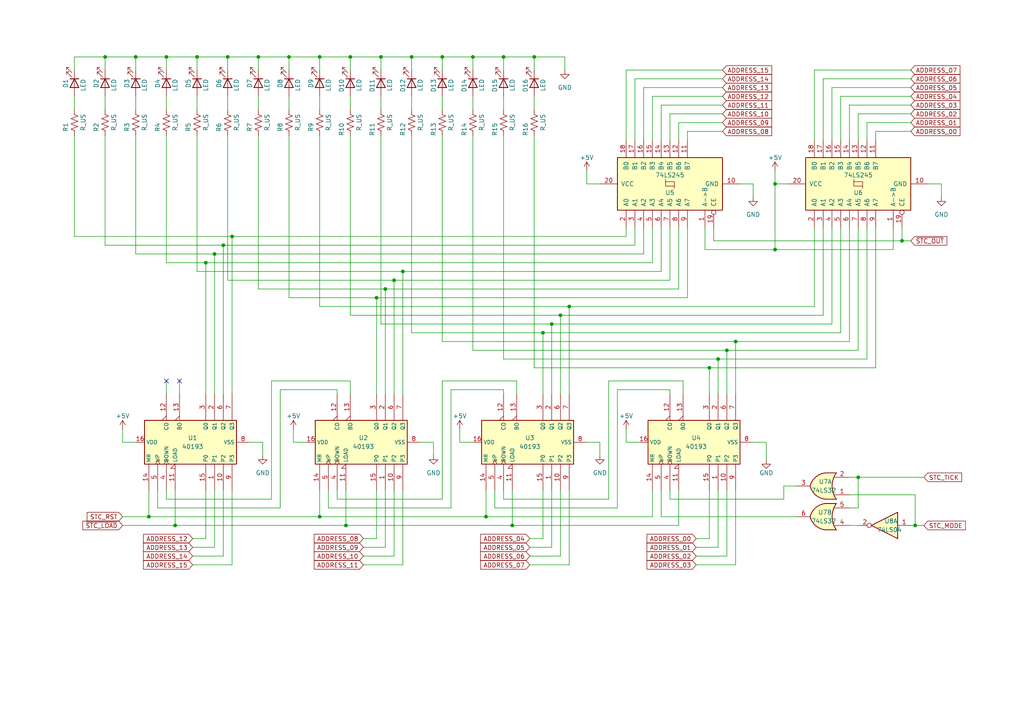
<source format=kicad_sch>
(kicad_sch (version 20230121) (generator eeschema)
  (paper "A4")
  (lib_symbols
    (symbol "40193_1"
      (property "Reference" "U1" (at 2.54 -3.81 90))
      (property "Value" "40193" (at 0 -3.81 90))
      (symbol "40193_1_0_1"
        (polyline (pts (xy 0 -16.51) (xy -5.08 -16.51) (xy -5.08 -5.08) (xy -5.08 10.16) (xy 7.62 10.16) (xy 7.62 -5.08) (xy 7.62 -16.51) (xy 1.27 -16.51) (xy 0 -16.51)) (stroke (width 0.254)) (fill (type background)))
      )
      (symbol "40193_1_1_1"
        (pin input line (at -12.7 -10.16 0) (length 7.62) (name "P1") (number "1"))
        (pin input line (at -12.7 -12.7 0) (length 7.62) (name "P2") (number "10"))
        (pin input input_low (at -12.7 1.27 0) (length 7.62) (name "LOAD") (number "11"))
        (pin output output_low (at 15.24 3.81 180) (length 7.62) (name "CO") (number "12"))
        (pin output output_low (at 15.24 0 180) (length 7.62) (name "BO") (number "13"))
        (pin input line (at -12.7 8.89 0) (length 7.62) (name "MR") (number "14"))
        (pin input line (at -12.7 -7.62 0) (length 7.62) (name "P0") (number "15"))
        (pin power_in line (at 1.27 12.7 270) (length 2.54) (name "VDD") (number "16"))
        (pin output line (at 15.24 -10.16 180) (length 7.62) (name "Q1") (number "2"))
        (pin output line (at 15.24 -7.62 180) (length 7.62) (name "Q0") (number "3"))
        (pin input clock (at -12.7 3.81 0) (length 7.62) (name "DOWN") (number "4"))
        (pin input clock (at -12.7 6.35 0) (length 7.62) (name "UP") (number "5"))
        (pin output line (at 15.24 -12.7 180) (length 7.62) (name "Q2") (number "6"))
        (pin output line (at 15.24 -15.24 180) (length 7.62) (name "Q3") (number "7"))
        (pin power_in line (at 1.27 -20.32 90) (length 3.81) (name "VSS") (number "8"))
        (pin input line (at -12.7 -15.24 0) (length 7.62) (name "P3") (number "9"))
      )
    )
    (symbol "74xx:74LS04"
      (property "Reference" "U" (at 0 1.27 0))
      (property "Value" "74LS04" (at 0 -1.27 0))
      (symbol "74LS04_1_0"
        (polyline (pts (xy -3.81 3.81) (xy -3.81 -3.81) (xy 3.81 0) (xy -3.81 3.81)) (stroke (width 0.254)) (fill (type background)))
        (pin input line (at -7.62 0 0) (length 3.81) (name "~") (number "1"))
        (pin output inverted (at 7.62 0 180) (length 3.81) (name "~") (number "2"))
      )
      (symbol "74LS04_2_0"
        (polyline (pts (xy -3.81 3.81) (xy -3.81 -3.81) (xy 3.81 0) (xy -3.81 3.81)) (stroke (width 0.254)) (fill (type background)))
        (pin input line (at -7.62 0 0) (length 3.81) (name "~") (number "3"))
        (pin output inverted (at 7.62 0 180) (length 3.81) (name "~") (number "4"))
      )
      (symbol "74LS04_3_0"
        (polyline (pts (xy -3.81 3.81) (xy -3.81 -3.81) (xy 3.81 0) (xy -3.81 3.81)) (stroke (width 0.254)) (fill (type background)))
        (pin input line (at -7.62 0 0) (length 3.81) (name "~") (number "5"))
        (pin output inverted (at 7.62 0 180) (length 3.81) (name "~") (number "6"))
      )
      (symbol "74LS04_4_0"
        (polyline (pts (xy -3.81 3.81) (xy -3.81 -3.81) (xy 3.81 0) (xy -3.81 3.81)) (stroke (width 0.254)) (fill (type background)))
        (pin output inverted (at 7.62 0 180) (length 3.81) (name "~") (number "8"))
        (pin input line (at -7.62 0 0) (length 3.81) (name "~") (number "9"))
      )
      (symbol "74LS04_5_0"
        (polyline (pts (xy -3.81 3.81) (xy -3.81 -3.81) (xy 3.81 0) (xy -3.81 3.81)) (stroke (width 0.254)) (fill (type background)))
        (pin output inverted (at 7.62 0 180) (length 3.81) (name "~") (number "10"))
        (pin input line (at -7.62 0 0) (length 3.81) (name "~") (number "11"))
      )
      (symbol "74LS04_6_0"
        (polyline (pts (xy -3.81 3.81) (xy -3.81 -3.81) (xy 3.81 0) (xy -3.81 3.81)) (stroke (width 0.254)) (fill (type background)))
        (pin output inverted (at 7.62 0 180) (length 3.81) (name "~") (number "12"))
        (pin input line (at -7.62 0 0) (length 3.81) (name "~") (number "13"))
      )
      (symbol "74LS04_7_0"
        (pin power_in line (at 0 12.7 270) (length 5.08) (name "VCC") (number "14"))
        (pin power_in line (at 0 -12.7 90) (length 5.08) (name "GND") (number "7"))
      )
      (symbol "74LS04_7_1"
        (rectangle (start -5.08 7.62) (end 5.08 -7.62) (stroke (width 0.254)) (fill (type background)))
      )
    )
    (symbol "74xx:74LS245" (pin_names (offset 1.016))
      (property "Reference" "U" (at -7.62 16.51 0))
      (property "Value" "74LS245" (at -7.62 -16.51 0))
      (symbol "74LS245_1_0"
        (polyline (pts (xy -0.635 -1.27) (xy -0.635 1.27) (xy 0.635 1.27)))
        (polyline (pts (xy -1.27 -1.27) (xy 0.635 -1.27) (xy 0.635 1.27) (xy 1.27 1.27)))
        (pin input line (at -12.7 -10.16 0) (length 5.08) (name "A->B") (number "1"))
        (pin power_in line (at 0 -20.32 90) (length 5.08) (name "GND") (number "10"))
        (pin tri_state line (at 12.7 -5.08 180) (length 5.08) (name "B7") (number "11"))
        (pin tri_state line (at 12.7 -2.54 180) (length 5.08) (name "B6") (number "12"))
        (pin tri_state line (at 12.7 0 180) (length 5.08) (name "B5") (number "13"))
        (pin tri_state line (at 12.7 2.54 180) (length 5.08) (name "B4") (number "14"))
        (pin tri_state line (at 12.7 5.08 180) (length 5.08) (name "B3") (number "15"))
        (pin tri_state line (at 12.7 7.62 180) (length 5.08) (name "B2") (number "16"))
        (pin tri_state line (at 12.7 10.16 180) (length 5.08) (name "B1") (number "17"))
        (pin tri_state line (at 12.7 12.7 180) (length 5.08) (name "B0") (number "18"))
        (pin input inverted (at -12.7 -12.7 0) (length 5.08) (name "CE") (number "19"))
        (pin tri_state line (at -12.7 12.7 0) (length 5.08) (name "A0") (number "2"))
        (pin power_in line (at 0 20.32 270) (length 5.08) (name "VCC") (number "20"))
        (pin tri_state line (at -12.7 10.16 0) (length 5.08) (name "A1") (number "3"))
        (pin tri_state line (at -12.7 7.62 0) (length 5.08) (name "A2") (number "4"))
        (pin tri_state line (at -12.7 5.08 0) (length 5.08) (name "A3") (number "5"))
        (pin tri_state line (at -12.7 2.54 0) (length 5.08) (name "A4") (number "6"))
        (pin tri_state line (at -12.7 0 0) (length 5.08) (name "A5") (number "7"))
        (pin tri_state line (at -12.7 -2.54 0) (length 5.08) (name "A6") (number "8"))
        (pin tri_state line (at -12.7 -5.08 0) (length 5.08) (name "A7") (number "9"))
      )
      (symbol "74LS245_1_1"
        (rectangle (start -7.62 15.24) (end 7.62 -15.24) (stroke (width 0.254)) (fill (type background)))
      )
    )
    (symbol "74xx:74LS32" (pin_names (offset 1.016))
      (property "Reference" "U" (at 0 1.27 0))
      (property "Value" "74LS32" (at 0 -1.27 0))
      (symbol "74LS32_1_1"
        (arc (start -3.81 -3.81) (mid -2.589 0) (end -3.81 3.81) (stroke (width 0.254)))
        (arc (start -0.6096 -3.81) (mid 2.1842 -2.5851) (end 3.81 0) (stroke (width 0.254)) (fill (type background)))
        (polyline (pts (xy -3.81 -3.81) (xy -0.635 -3.81)) (stroke (width 0.254)) (fill (type background)))
        (polyline (pts (xy -3.81 3.81) (xy -0.635 3.81)) (stroke (width 0.254)) (fill (type background)))
        (polyline (pts (xy -0.635 3.81) (xy -3.81 3.81) (xy -3.81 3.81) (xy -3.556 3.4036) (xy -3.0226 2.2606) (xy -2.6924 1.0414) (xy -2.6162 -0.254) (xy -2.7686 -1.4986) (xy -3.175 -2.7178) (xy -3.81 -3.81) (xy -3.81 -3.81) (xy -0.635 -3.81)) (stroke (width -25.4)) (fill (type background)))
        (arc (start 3.81 0) (mid 2.1915 2.5936) (end -0.6096 3.81) (stroke (width 0.254)) (fill (type background)))
        (pin input line (at -7.62 2.54 0) (length 4.318) (name "~") (number "1"))
        (pin input line (at -7.62 -2.54 0) (length 4.318) (name "~") (number "2"))
        (pin output line (at 7.62 0 180) (length 3.81) (name "~") (number "3"))
      )
      (symbol "74LS32_1_2"
        (arc (start 0 -3.81) (mid 3.7934 0) (end 0 3.81) (stroke (width 0.254)) (fill (type background)))
        (polyline (pts (xy 0 3.81) (xy -3.81 3.81) (xy -3.81 -3.81) (xy 0 -3.81)) (stroke (width 0.254)) (fill (type background)))
        (pin input inverted (at -7.62 2.54 0) (length 3.81) (name "~") (number "1"))
        (pin input inverted (at -7.62 -2.54 0) (length 3.81) (name "~") (number "2"))
        (pin output inverted (at 7.62 0 180) (length 3.81) (name "~") (number "3"))
      )
      (symbol "74LS32_2_1"
        (arc (start -3.81 -3.81) (mid -2.589 0) (end -3.81 3.81) (stroke (width 0.254)))
        (arc (start -0.6096 -3.81) (mid 2.1842 -2.5851) (end 3.81 0) (stroke (width 0.254)) (fill (type background)))
        (polyline (pts (xy -3.81 -3.81) (xy -0.635 -3.81)) (stroke (width 0.254)) (fill (type background)))
        (polyline (pts (xy -3.81 3.81) (xy -0.635 3.81)) (stroke (width 0.254)) (fill (type background)))
        (polyline (pts (xy -0.635 3.81) (xy -3.81 3.81) (xy -3.81 3.81) (xy -3.556 3.4036) (xy -3.0226 2.2606) (xy -2.6924 1.0414) (xy -2.6162 -0.254) (xy -2.7686 -1.4986) (xy -3.175 -2.7178) (xy -3.81 -3.81) (xy -3.81 -3.81) (xy -0.635 -3.81)) (stroke (width -25.4)) (fill (type background)))
        (arc (start 3.81 0) (mid 2.1915 2.5936) (end -0.6096 3.81) (stroke (width 0.254)) (fill (type background)))
        (pin input line (at -7.62 2.54 0) (length 4.318) (name "~") (number "4"))
        (pin input line (at -7.62 -2.54 0) (length 4.318) (name "~") (number "5"))
        (pin output line (at 7.62 0 180) (length 3.81) (name "~") (number "6"))
      )
      (symbol "74LS32_2_2"
        (arc (start 0 -3.81) (mid 3.7934 0) (end 0 3.81) (stroke (width 0.254)) (fill (type background)))
        (polyline (pts (xy 0 3.81) (xy -3.81 3.81) (xy -3.81 -3.81) (xy 0 -3.81)) (stroke (width 0.254)) (fill (type background)))
        (pin input inverted (at -7.62 2.54 0) (length 3.81) (name "~") (number "4"))
        (pin input inverted (at -7.62 -2.54 0) (length 3.81) (name "~") (number "5"))
        (pin output inverted (at 7.62 0 180) (length 3.81) (name "~") (number "6"))
      )
      (symbol "74LS32_3_1"
        (arc (start -3.81 -3.81) (mid -2.589 0) (end -3.81 3.81) (stroke (width 0.254)))
        (arc (start -0.6096 -3.81) (mid 2.1842 -2.5851) (end 3.81 0) (stroke (width 0.254)) (fill (type background)))
        (polyline (pts (xy -3.81 -3.81) (xy -0.635 -3.81)) (stroke (width 0.254)) (fill (type background)))
        (polyline (pts (xy -3.81 3.81) (xy -0.635 3.81)) (stroke (width 0.254)) (fill (type background)))
        (polyline (pts (xy -0.635 3.81) (xy -3.81 3.81) (xy -3.81 3.81) (xy -3.556 3.4036) (xy -3.0226 2.2606) (xy -2.6924 1.0414) (xy -2.6162 -0.254) (xy -2.7686 -1.4986) (xy -3.175 -2.7178) (xy -3.81 -3.81) (xy -3.81 -3.81) (xy -0.635 -3.81)) (stroke (width -25.4)) (fill (type background)))
        (arc (start 3.81 0) (mid 2.1915 2.5936) (end -0.6096 3.81) (stroke (width 0.254)) (fill (type background)))
        (pin input line (at -7.62 -2.54 0) (length 4.318) (name "~") (number "10"))
        (pin output line (at 7.62 0 180) (length 3.81) (name "~") (number "8"))
        (pin input line (at -7.62 2.54 0) (length 4.318) (name "~") (number "9"))
      )
      (symbol "74LS32_3_2"
        (arc (start 0 -3.81) (mid 3.7934 0) (end 0 3.81) (stroke (width 0.254)) (fill (type background)))
        (polyline (pts (xy 0 3.81) (xy -3.81 3.81) (xy -3.81 -3.81) (xy 0 -3.81)) (stroke (width 0.254)) (fill (type background)))
        (pin input inverted (at -7.62 -2.54 0) (length 3.81) (name "~") (number "10"))
        (pin output inverted (at 7.62 0 180) (length 3.81) (name "~") (number "8"))
        (pin input inverted (at -7.62 2.54 0) (length 3.81) (name "~") (number "9"))
      )
      (symbol "74LS32_4_1"
        (arc (start -3.81 -3.81) (mid -2.589 0) (end -3.81 3.81) (stroke (width 0.254)))
        (arc (start -0.6096 -3.81) (mid 2.1842 -2.5851) (end 3.81 0) (stroke (width 0.254)) (fill (type background)))
        (polyline (pts (xy -3.81 -3.81) (xy -0.635 -3.81)) (stroke (width 0.254)) (fill (type background)))
        (polyline (pts (xy -3.81 3.81) (xy -0.635 3.81)) (stroke (width 0.254)) (fill (type background)))
        (polyline (pts (xy -0.635 3.81) (xy -3.81 3.81) (xy -3.81 3.81) (xy -3.556 3.4036) (xy -3.0226 2.2606) (xy -2.6924 1.0414) (xy -2.6162 -0.254) (xy -2.7686 -1.4986) (xy -3.175 -2.7178) (xy -3.81 -3.81) (xy -3.81 -3.81) (xy -0.635 -3.81)) (stroke (width -25.4)) (fill (type background)))
        (arc (start 3.81 0) (mid 2.1915 2.5936) (end -0.6096 3.81) (stroke (width 0.254)) (fill (type background)))
        (pin output line (at 7.62 0 180) (length 3.81) (name "~") (number "11"))
        (pin input line (at -7.62 2.54 0) (length 4.318) (name "~") (number "12"))
        (pin input line (at -7.62 -2.54 0) (length 4.318) (name "~") (number "13"))
      )
      (symbol "74LS32_4_2"
        (arc (start 0 -3.81) (mid 3.7934 0) (end 0 3.81) (stroke (width 0.254)) (fill (type background)))
        (polyline (pts (xy 0 3.81) (xy -3.81 3.81) (xy -3.81 -3.81) (xy 0 -3.81)) (stroke (width 0.254)) (fill (type background)))
        (pin output inverted (at 7.62 0 180) (length 3.81) (name "~") (number "11"))
        (pin input inverted (at -7.62 2.54 0) (length 3.81) (name "~") (number "12"))
        (pin input inverted (at -7.62 -2.54 0) (length 3.81) (name "~") (number "13"))
      )
      (symbol "74LS32_5_0"
        (pin power_in line (at 0 12.7 270) (length 5.08) (name "VCC") (number "14"))
        (pin power_in line (at 0 -12.7 90) (length 5.08) (name "GND") (number "7"))
      )
      (symbol "74LS32_5_1"
        (rectangle (start -5.08 7.62) (end 5.08 -7.62) (stroke (width 0.254)) (fill (type background)))
      )
    )
    (symbol "Device:LED" (pin_numbers hide) (pin_names (offset 1.016) hide)
      (property "Reference" "D" (at 0 2.54 0))
      (property "Value" "LED" (at 0 -2.54 0))
      (symbol "LED_0_1"
        (polyline (pts (xy -1.27 -1.27) (xy -1.27 1.27)) (stroke (width 0.254)))
        (polyline (pts (xy -1.27 0) (xy 1.27 0)))
        (polyline (pts (xy 1.27 -1.27) (xy 1.27 1.27) (xy -1.27 0) (xy 1.27 -1.27)) (stroke (width 0.254)))
        (polyline (pts (xy -3.048 -0.762) (xy -4.572 -2.286) (xy -3.81 -2.286) (xy -4.572 -2.286) (xy -4.572 -1.524)))
        (polyline (pts (xy -1.778 -0.762) (xy -3.302 -2.286) (xy -2.54 -2.286) (xy -3.302 -2.286) (xy -3.302 -1.524)))
      )
      (symbol "LED_1_1"
        (pin passive line (at -3.81 0 0) (length 2.54) (name "K") (number "1"))
        (pin passive line (at 3.81 0 180) (length 2.54) (name "A") (number "2"))
      )
    )
    (symbol "Device:R_US" (pin_numbers hide) (pin_names (offset 0))
      (property "Reference" "R" (at 2.54 0 90))
      (property "Value" "R_US" (at -2.54 0 90))
      (symbol "R_US_0_1"
        (polyline (pts (xy 0 -2.286) (xy 0 -2.54)))
        (polyline (pts (xy 0 2.286) (xy 0 2.54)))
        (polyline (pts (xy 0 -0.762) (xy 1.016 -1.143) (xy 0 -1.524) (xy -1.016 -1.905) (xy 0 -2.286)))
        (polyline (pts (xy 0 0.762) (xy 1.016 0.381) (xy 0 0) (xy -1.016 -0.381) (xy 0 -0.762)))
        (polyline (pts (xy 0 2.286) (xy 1.016 1.905) (xy 0 1.524) (xy -1.016 1.143) (xy 0 0.762)))
      )
      (symbol "R_US_1_1"
        (pin passive line (at 0 3.81 270) (length 1.27) (name "~") (number "1"))
        (pin passive line (at 0 -3.81 90) (length 1.27) (name "~") (number "2"))
      )
    )
    (symbol "power:+5V" (power) (pin_names (offset 0))
      (property "Value" "+5V" (at 0 3.556 0))
      (symbol "+5V_0_1"
        (polyline (pts (xy -0.762 1.27) (xy 0 2.54)))
        (polyline (pts (xy 0 0) (xy 0 2.54)))
        (polyline (pts (xy 0 2.54) (xy 0.762 1.27)))
      )
      (symbol "+5V_1_1"
        (pin power_in line (at 0 0 90) (length 0) hide (name "+5V") (number "1"))
      )
    )
    (symbol "power:GND" (power) (pin_names (offset 0))
      (property "Value" "GND" (at 0 -3.81 0))
      (symbol "GND_0_1"
        (polyline (pts (xy 0 0) (xy 0 -1.27) (xy 1.27 -1.27) (xy 0 -2.54) (xy -1.27 -1.27) (xy 0 -1.27)))
      )
      (symbol "GND_1_1"
        (pin power_in line (at 0 0 270) (length 0) hide (name "GND") (number "1"))
      )
    )
  )
  (junction (at 210.82 101.6))
  (junction (at 110.49 16.51))
  (junction (at 50.8 152.4))
  (junction (at 261.62 69.85))
  (junction (at 213.36 99.06))
  (junction (at 165.1 88.9))
  (junction (at 67.31 68.58))
  (junction (at 59.69 76.2))
  (junction (at 62.23 73.66))
  (junction (at 74.93 16.51))
  (junction (at 146.05 16.51))
  (junction (at 43.18 149.86))
  (junction (at 248.92 138.43))
  (junction (at 30.48 16.51))
  (junction (at 83.82 16.51))
  (junction (at 148.59 152.4))
  (junction (at 101.6 16.51))
  (junction (at 224.79 53.34))
  (junction (at 100.33 152.4))
  (junction (at 114.3 81.28))
  (junction (at 119.38 16.51))
  (junction (at 57.15 16.51))
  (junction (at 92.71 149.86))
  (junction (at 109.22 86.36))
  (junction (at 111.76 83.82))
  (junction (at 157.48 96.52))
  (junction (at 162.56 91.44))
  (junction (at 160.02 93.98))
  (junction (at 66.04 16.51))
  (junction (at 137.16 16.51))
  (junction (at 92.71 16.51))
  (junction (at 48.26 16.51))
  (junction (at 64.77 71.12))
  (junction (at 116.84 78.74))
  (junction (at 208.28 104.14))
  (junction (at 128.27 16.51))
  (junction (at 205.74 106.68))
  (junction (at 224.79 72.39))
  (junction (at 154.94 16.51))
  (junction (at 265.43 152.4))
  (junction (at 140.97 149.86))
  (junction (at 39.37 16.51))
  (no_connect (at 48.26 110.49))
  (no_connect (at 52.07 110.49))
  (wire (pts (xy 213.36 99.06) (xy 246.38 99.06)))
  (wire (pts (xy 137.16 128.27) (xy 133.35 128.27)))
  (wire (pts (xy 246.38 152.4) (xy 248.92 152.4)))
  (wire (pts (xy 81.28 113.03) (xy 81.28 147.32)))
  (wire (pts (xy 146.05 114.3) (xy 146.05 113.03)))
  (wire (pts (xy 66.04 81.28) (xy 114.3 81.28)))
  (wire (pts (xy 176.53 144.78) (xy 176.53 110.49)))
  (wire (pts (xy 110.49 16.51) (xy 119.38 16.51)))
  (wire (pts (xy 153.67 163.83) (xy 165.1 163.83)))
  (wire (pts (xy 110.49 93.98) (xy 160.02 93.98)))
  (wire (pts (xy 30.48 20.32) (xy 30.48 16.51)))
  (wire (pts (xy 92.71 88.9) (xy 92.71 39.37)))
  (wire (pts (xy 154.94 106.68) (xy 205.74 106.68)))
  (wire (pts (xy 52.07 110.49) (xy 52.07 114.3)))
  (wire (pts (xy 83.82 39.37) (xy 83.82 86.36)))
  (wire (pts (xy 210.82 142.24) (xy 210.82 161.29)))
  (wire (pts (xy 55.88 158.75) (xy 62.23 158.75)))
  (wire (pts (xy 204.47 66.04) (xy 204.47 72.39)))
  (wire (pts (xy 153.67 161.29) (xy 162.56 161.29)))
  (wire (pts (xy 248.92 33.02) (xy 264.16 33.02)))
  (wire (pts (xy 48.26 110.49) (xy 48.26 114.3)))
  (wire (pts (xy 101.6 20.32) (xy 101.6 16.51)))
  (wire (pts (xy 207.01 66.04) (xy 207.01 69.85)))
  (wire (pts (xy 196.85 40.64) (xy 196.85 35.56)))
  (wire (pts (xy 67.31 68.58) (xy 67.31 114.3)))
  (wire (pts (xy 30.48 31.75) (xy 30.48 27.94)))
  (wire (pts (xy 66.04 31.75) (xy 66.04 27.94)))
  (wire (pts (xy 162.56 91.44) (xy 162.56 114.3)))
  (wire (pts (xy 205.74 106.68) (xy 254 106.68)))
  (wire (pts (xy 21.59 20.32) (xy 21.59 16.51)))
  (wire (pts (xy 228.6 53.34) (xy 224.79 53.34)))
  (wire (pts (xy 55.88 156.21) (xy 59.69 156.21)))
  (wire (pts (xy 137.16 31.75) (xy 137.16 27.94)))
  (wire (pts (xy 114.3 81.28) (xy 194.31 81.28)))
  (wire (pts (xy 92.71 20.32) (xy 92.71 16.51)))
  (wire (pts (xy 184.15 40.64) (xy 184.15 22.86)))
  (wire (pts (xy 30.48 71.12) (xy 64.77 71.12)))
  (wire (pts (xy 184.15 22.86) (xy 209.55 22.86)))
  (wire (pts (xy 254 38.1) (xy 264.16 38.1)))
  (wire (pts (xy 173.99 128.27) (xy 173.99 132.08)))
  (wire (pts (xy 189.23 76.2) (xy 189.23 66.04)))
  (wire (pts (xy 128.27 16.51) (xy 137.16 16.51)))
  (wire (pts (xy 35.56 152.4) (xy 50.8 152.4)))
  (wire (pts (xy 30.48 16.51) (xy 39.37 16.51)))
  (wire (pts (xy 238.76 91.44) (xy 238.76 66.04)))
  (wire (pts (xy 119.38 31.75) (xy 119.38 27.94)))
  (wire (pts (xy 224.79 49.53) (xy 224.79 53.34)))
  (wire (pts (xy 30.48 39.37) (xy 30.48 71.12)))
  (wire (pts (xy 110.49 31.75) (xy 110.49 27.94)))
  (wire (pts (xy 83.82 31.75) (xy 83.82 27.94)))
  (wire (pts (xy 146.05 104.14) (xy 208.28 104.14)))
  (wire (pts (xy 143.51 147.32) (xy 143.51 142.24)))
  (wire (pts (xy 231.14 149.86) (xy 191.77 149.86)))
  (wire (pts (xy 105.41 156.21) (xy 109.22 156.21)))
  (wire (pts (xy 162.56 142.24) (xy 162.56 161.29)))
  (wire (pts (xy 160.02 142.24) (xy 160.02 158.75)))
  (wire (pts (xy 157.48 96.52) (xy 157.48 114.3)))
  (wire (pts (xy 259.08 66.04) (xy 259.08 72.39)))
  (wire (pts (xy 116.84 142.24) (xy 116.84 163.83)))
  (wire (pts (xy 238.76 22.86) (xy 264.16 22.86)))
  (wire (pts (xy 137.16 39.37) (xy 137.16 101.6)))
  (wire (pts (xy 224.79 72.39) (xy 259.08 72.39)))
  (wire (pts (xy 246.38 138.43) (xy 248.92 138.43)))
  (wire (pts (xy 170.18 128.27) (xy 173.99 128.27)))
  (wire (pts (xy 48.26 144.78) (xy 78.74 144.78)))
  (wire (pts (xy 83.82 20.32) (xy 83.82 16.51)))
  (wire (pts (xy 125.73 128.27) (xy 125.73 132.08)))
  (wire (pts (xy 130.81 147.32) (xy 95.25 147.32)))
  (wire (pts (xy 39.37 73.66) (xy 62.23 73.66)))
  (wire (pts (xy 128.27 144.78) (xy 128.27 110.49)))
  (wire (pts (xy 146.05 31.75) (xy 146.05 27.94)))
  (wire (pts (xy 205.74 106.68) (xy 205.74 114.3)))
  (wire (pts (xy 186.69 66.04) (xy 186.69 73.66)))
  (wire (pts (xy 201.93 161.29) (xy 210.82 161.29)))
  (wire (pts (xy 218.44 128.27) (xy 222.25 128.27)))
  (wire (pts (xy 153.67 158.75) (xy 160.02 158.75)))
  (wire (pts (xy 201.93 163.83) (xy 213.36 163.83)))
  (wire (pts (xy 194.31 113.03) (xy 179.07 113.03)))
  (wire (pts (xy 110.49 93.98) (xy 110.49 39.37)))
  (wire (pts (xy 101.6 31.75) (xy 101.6 27.94)))
  (wire (pts (xy 148.59 142.24) (xy 148.59 152.4)))
  (wire (pts (xy 194.31 40.64) (xy 194.31 33.02)))
  (wire (pts (xy 67.31 68.58) (xy 181.61 68.58)))
  (wire (pts (xy 163.83 16.51) (xy 163.83 20.32)))
  (wire (pts (xy 273.05 53.34) (xy 273.05 57.15)))
  (wire (pts (xy 154.94 16.51) (xy 163.83 16.51)))
  (wire (pts (xy 157.48 96.52) (xy 243.84 96.52)))
  (wire (pts (xy 116.84 78.74) (xy 191.77 78.74)))
  (wire (pts (xy 146.05 142.24) (xy 146.05 144.78)))
  (wire (pts (xy 196.85 35.56) (xy 209.55 35.56)))
  (wire (pts (xy 39.37 73.66) (xy 39.37 39.37)))
  (wire (pts (xy 109.22 86.36) (xy 109.22 114.3)))
  (wire (pts (xy 207.01 69.85) (xy 261.62 69.85)))
  (wire (pts (xy 191.77 30.48) (xy 209.55 30.48)))
  (wire (pts (xy 194.31 114.3) (xy 194.31 113.03)))
  (wire (pts (xy 59.69 142.24) (xy 59.69 156.21)))
  (wire (pts (xy 189.23 40.64) (xy 189.23 27.94)))
  (wire (pts (xy 210.82 101.6) (xy 210.82 114.3)))
  (wire (pts (xy 119.38 96.52) (xy 157.48 96.52)))
  (wire (pts (xy 243.84 96.52) (xy 243.84 66.04)))
  (wire (pts (xy 248.92 40.64) (xy 248.92 33.02)))
  (wire (pts (xy 101.6 16.51) (xy 110.49 16.51)))
  (wire (pts (xy 241.3 25.4) (xy 264.16 25.4)))
  (wire (pts (xy 39.37 31.75) (xy 39.37 27.94)))
  (wire (pts (xy 121.92 128.27) (xy 125.73 128.27)))
  (wire (pts (xy 105.41 161.29) (xy 114.3 161.29)))
  (wire (pts (xy 204.47 72.39) (xy 224.79 72.39)))
  (wire (pts (xy 246.38 30.48) (xy 264.16 30.48)))
  (wire (pts (xy 213.36 99.06) (xy 213.36 114.3)))
  (wire (pts (xy 59.69 76.2) (xy 189.23 76.2)))
  (wire (pts (xy 137.16 20.32) (xy 137.16 16.51)))
  (wire (pts (xy 264.16 152.4) (xy 265.43 152.4)))
  (wire (pts (xy 88.9 128.27) (xy 85.09 128.27)))
  (wire (pts (xy 165.1 142.24) (xy 165.1 163.83)))
  (wire (pts (xy 246.38 147.32) (xy 248.92 147.32)))
  (wire (pts (xy 201.93 158.75) (xy 208.28 158.75)))
  (wire (pts (xy 181.61 66.04) (xy 181.61 68.58)))
  (wire (pts (xy 248.92 138.43) (xy 267.97 138.43)))
  (wire (pts (xy 251.46 35.56) (xy 264.16 35.56)))
  (wire (pts (xy 92.71 31.75) (xy 92.71 27.94)))
  (wire (pts (xy 186.69 25.4) (xy 209.55 25.4)))
  (wire (pts (xy 173.99 53.34) (xy 170.18 53.34)))
  (wire (pts (xy 261.62 69.85) (xy 264.16 69.85)))
  (wire (pts (xy 162.56 91.44) (xy 238.76 91.44)))
  (wire (pts (xy 251.46 40.64) (xy 251.46 35.56)))
  (wire (pts (xy 92.71 149.86) (xy 92.71 142.24)))
  (wire (pts (xy 48.26 16.51) (xy 57.15 16.51)))
  (wire (pts (xy 62.23 73.66) (xy 62.23 114.3)))
  (wire (pts (xy 110.49 20.32) (xy 110.49 16.51)))
  (wire (pts (xy 116.84 78.74) (xy 116.84 114.3)))
  (wire (pts (xy 208.28 104.14) (xy 251.46 104.14)))
  (wire (pts (xy 57.15 20.32) (xy 57.15 16.51)))
  (wire (pts (xy 248.92 138.43) (xy 248.92 147.32)))
  (wire (pts (xy 181.61 20.32) (xy 209.55 20.32)))
  (wire (pts (xy 97.79 144.78) (xy 128.27 144.78)))
  (wire (pts (xy 128.27 99.06) (xy 128.27 39.37)))
  (wire (pts (xy 248.92 101.6) (xy 248.92 66.04)))
  (wire (pts (xy 111.76 142.24) (xy 111.76 158.75)))
  (wire (pts (xy 97.79 113.03) (xy 81.28 113.03)))
  (wire (pts (xy 35.56 149.86) (xy 43.18 149.86)))
  (wire (pts (xy 241.3 40.64) (xy 241.3 25.4)))
  (wire (pts (xy 101.6 110.49) (xy 101.6 114.3)))
  (wire (pts (xy 133.35 124.46) (xy 133.35 128.27)))
  (wire (pts (xy 119.38 39.37) (xy 119.38 96.52)))
  (wire (pts (xy 78.74 110.49) (xy 101.6 110.49)))
  (wire (pts (xy 119.38 20.32) (xy 119.38 16.51)))
  (wire (pts (xy 105.41 158.75) (xy 111.76 158.75)))
  (wire (pts (xy 97.79 142.24) (xy 97.79 144.78)))
  (wire (pts (xy 238.76 40.64) (xy 238.76 22.86)))
  (wire (pts (xy 146.05 144.78) (xy 176.53 144.78)))
  (wire (pts (xy 55.88 161.29) (xy 64.77 161.29)))
  (wire (pts (xy 21.59 68.58) (xy 67.31 68.58)))
  (wire (pts (xy 154.94 31.75) (xy 154.94 27.94)))
  (wire (pts (xy 243.84 27.94) (xy 264.16 27.94)))
  (wire (pts (xy 95.25 147.32) (xy 95.25 142.24)))
  (wire (pts (xy 146.05 20.32) (xy 146.05 16.51)))
  (wire (pts (xy 64.77 71.12) (xy 64.77 114.3)))
  (wire (pts (xy 199.39 38.1) (xy 209.55 38.1)))
  (wire (pts (xy 148.59 152.4) (xy 100.33 152.4)))
  (wire (pts (xy 199.39 38.1) (xy 199.39 40.64)))
  (wire (pts (xy 251.46 66.04) (xy 251.46 104.14)))
  (wire (pts (xy 66.04 16.51) (xy 74.93 16.51)))
  (wire (pts (xy 109.22 86.36) (xy 199.39 86.36)))
  (wire (pts (xy 83.82 86.36) (xy 109.22 86.36)))
  (wire (pts (xy 48.26 39.37) (xy 48.26 76.2)))
  (wire (pts (xy 218.44 53.34) (xy 218.44 57.15)))
  (wire (pts (xy 236.22 66.04) (xy 236.22 88.9)))
  (wire (pts (xy 160.02 93.98) (xy 160.02 114.3)))
  (wire (pts (xy 246.38 143.51) (xy 265.43 143.51)))
  (wire (pts (xy 62.23 73.66) (xy 186.69 73.66)))
  (wire (pts (xy 149.86 110.49) (xy 149.86 114.3)))
  (wire (pts (xy 78.74 144.78) (xy 78.74 110.49)))
  (wire (pts (xy 196.85 142.24) (xy 196.85 152.4)))
  (wire (pts (xy 269.24 53.34) (xy 273.05 53.34)))
  (wire (pts (xy 181.61 40.64) (xy 181.61 20.32)))
  (wire (pts (xy 137.16 101.6) (xy 210.82 101.6)))
  (wire (pts (xy 179.07 113.03) (xy 179.07 147.32)))
  (wire (pts (xy 165.1 88.9) (xy 165.1 114.3)))
  (wire (pts (xy 241.3 66.04) (xy 241.3 93.98)))
  (wire (pts (xy 265.43 143.51) (xy 265.43 152.4)))
  (wire (pts (xy 130.81 113.03) (xy 130.81 147.32)))
  (wire (pts (xy 191.77 40.64) (xy 191.77 30.48)))
  (wire (pts (xy 194.31 144.78) (xy 227.33 144.78)))
  (wire (pts (xy 21.59 16.51) (xy 30.48 16.51)))
  (wire (pts (xy 196.85 66.04) (xy 196.85 83.82)))
  (wire (pts (xy 114.3 81.28) (xy 114.3 114.3)))
  (wire (pts (xy 48.26 76.2) (xy 59.69 76.2)))
  (wire (pts (xy 97.79 114.3) (xy 97.79 113.03)))
  (wire (pts (xy 140.97 149.86) (xy 189.23 149.86)))
  (wire (pts (xy 66.04 39.37) (xy 66.04 81.28)))
  (wire (pts (xy 254 106.68) (xy 254 66.04)))
  (wire (pts (xy 213.36 142.24) (xy 213.36 163.83)))
  (wire (pts (xy 57.15 31.75) (xy 57.15 27.94)))
  (wire (pts (xy 67.31 142.24) (xy 67.31 163.83)))
  (wire (pts (xy 227.33 140.97) (xy 231.14 140.97)))
  (wire (pts (xy 189.23 27.94) (xy 209.55 27.94)))
  (wire (pts (xy 198.12 110.49) (xy 198.12 114.3)))
  (wire (pts (xy 64.77 71.12) (xy 184.15 71.12)))
  (wire (pts (xy 62.23 142.24) (xy 62.23 158.75)))
  (wire (pts (xy 21.59 31.75) (xy 21.59 27.94)))
  (wire (pts (xy 137.16 16.51) (xy 146.05 16.51)))
  (wire (pts (xy 35.56 124.46) (xy 35.56 128.27)))
  (wire (pts (xy 55.88 163.83) (xy 67.31 163.83)))
  (wire (pts (xy 128.27 99.06) (xy 213.36 99.06)))
  (wire (pts (xy 48.26 142.24) (xy 48.26 144.78)))
  (wire (pts (xy 176.53 110.49) (xy 198.12 110.49)))
  (wire (pts (xy 74.93 16.51) (xy 83.82 16.51)))
  (wire (pts (xy 205.74 142.24) (xy 205.74 156.21)))
  (wire (pts (xy 157.48 142.24) (xy 157.48 156.21)))
  (wire (pts (xy 246.38 66.04) (xy 246.38 99.06)))
  (wire (pts (xy 208.28 104.14) (xy 208.28 114.3)))
  (wire (pts (xy 92.71 149.86) (xy 140.97 149.86)))
  (wire (pts (xy 81.28 147.32) (xy 45.72 147.32)))
  (wire (pts (xy 48.26 31.75) (xy 48.26 27.94)))
  (wire (pts (xy 222.25 128.27) (xy 222.25 133.35)))
  (wire (pts (xy 92.71 16.51) (xy 101.6 16.51)))
  (wire (pts (xy 146.05 104.14) (xy 146.05 39.37)))
  (wire (pts (xy 265.43 152.4) (xy 267.97 152.4)))
  (wire (pts (xy 39.37 16.51) (xy 48.26 16.51)))
  (wire (pts (xy 191.77 66.04) (xy 191.77 78.74)))
  (wire (pts (xy 48.26 20.32) (xy 48.26 16.51)))
  (wire (pts (xy 57.15 16.51) (xy 66.04 16.51)))
  (wire (pts (xy 208.28 142.24) (xy 208.28 158.75)))
  (wire (pts (xy 45.72 147.32) (xy 45.72 142.24)))
  (wire (pts (xy 194.31 33.02) (xy 209.55 33.02)))
  (wire (pts (xy 111.76 83.82) (xy 111.76 114.3)))
  (wire (pts (xy 165.1 88.9) (xy 236.22 88.9)))
  (wire (pts (xy 109.22 142.24) (xy 109.22 156.21)))
  (wire (pts (xy 201.93 156.21) (xy 205.74 156.21)))
  (wire (pts (xy 57.15 78.74) (xy 57.15 39.37)))
  (wire (pts (xy 59.69 76.2) (xy 59.69 114.3)))
  (wire (pts (xy 105.41 163.83) (xy 116.84 163.83)))
  (wire (pts (xy 227.33 144.78) (xy 227.33 140.97)))
  (wire (pts (xy 140.97 149.86) (xy 140.97 142.24)))
  (wire (pts (xy 21.59 68.58) (xy 21.59 39.37)))
  (wire (pts (xy 50.8 142.24) (xy 50.8 152.4)))
  (wire (pts (xy 246.38 40.64) (xy 246.38 30.48)))
  (wire (pts (xy 224.79 53.34) (xy 224.79 72.39)))
  (wire (pts (xy 210.82 101.6) (xy 248.92 101.6)))
  (wire (pts (xy 57.15 78.74) (xy 116.84 78.74)))
  (wire (pts (xy 146.05 113.03) (xy 130.81 113.03)))
  (wire (pts (xy 64.77 142.24) (xy 64.77 161.29)))
  (wire (pts (xy 214.63 53.34) (xy 218.44 53.34)))
  (wire (pts (xy 194.31 81.28) (xy 194.31 66.04)))
  (wire (pts (xy 74.93 83.82) (xy 74.93 39.37)))
  (wire (pts (xy 72.39 128.27) (xy 76.2 128.27)))
  (wire (pts (xy 74.93 20.32) (xy 74.93 16.51)))
  (wire (pts (xy 92.71 88.9) (xy 165.1 88.9)))
  (wire (pts (xy 185.42 128.27) (xy 181.61 128.27)))
  (wire (pts (xy 50.8 152.4) (xy 100.33 152.4)))
  (wire (pts (xy 114.3 142.24) (xy 114.3 161.29)))
  (wire (pts (xy 194.31 142.24) (xy 194.31 144.78)))
  (wire (pts (xy 186.69 40.64) (xy 186.69 25.4)))
  (wire (pts (xy 154.94 39.37) (xy 154.94 106.68)))
  (wire (pts (xy 128.27 20.32) (xy 128.27 16.51)))
  (wire (pts (xy 111.76 83.82) (xy 196.85 83.82)))
  (wire (pts (xy 189.23 149.86) (xy 189.23 142.24)))
  (wire (pts (xy 83.82 16.51) (xy 92.71 16.51)))
  (wire (pts (xy 254 40.64) (xy 254 38.1)))
  (wire (pts (xy 101.6 91.44) (xy 162.56 91.44)))
  (wire (pts (xy 85.09 124.46) (xy 85.09 128.27)))
  (wire (pts (xy 191.77 142.24) (xy 191.77 149.86)))
  (wire (pts (xy 236.22 20.32) (xy 264.16 20.32)))
  (wire (pts (xy 128.27 31.75) (xy 128.27 27.94)))
  (wire (pts (xy 184.15 66.04) (xy 184.15 71.12)))
  (wire (pts (xy 196.85 152.4) (xy 148.59 152.4)))
  (wire (pts (xy 236.22 40.64) (xy 236.22 20.32)))
  (wire (pts (xy 199.39 86.36) (xy 199.39 66.04)))
  (wire (pts (xy 74.93 31.75) (xy 74.93 27.94)))
  (wire (pts (xy 76.2 128.27) (xy 76.2 132.08)))
  (wire (pts (xy 261.62 69.85) (xy 261.62 66.04)))
  (wire (pts (xy 119.38 16.51) (xy 128.27 16.51)))
  (wire (pts (xy 170.18 49.53) (xy 170.18 53.34)))
  (wire (pts (xy 66.04 20.32) (xy 66.04 16.51)))
  (wire (pts (xy 153.67 156.21) (xy 157.48 156.21)))
  (wire (pts (xy 39.37 128.27) (xy 35.56 128.27)))
  (wire (pts (xy 181.61 124.46) (xy 181.61 128.27)))
  (wire (pts (xy 179.07 147.32) (xy 143.51 147.32)))
  (wire (pts (xy 128.27 110.49) (xy 149.86 110.49)))
  (wire (pts (xy 101.6 39.37) (xy 101.6 91.44)))
  (wire (pts (xy 154.94 20.32) (xy 154.94 16.51)))
  (wire (pts (xy 146.05 16.51) (xy 154.94 16.51)))
  (wire (pts (xy 74.93 83.82) (xy 111.76 83.82)))
  (wire (pts (xy 243.84 40.64) (xy 243.84 27.94)))
  (wire (pts (xy 100.33 142.24) (xy 100.33 152.4)))
  (wire (pts (xy 43.18 149.86) (xy 92.71 149.86)))
  (wire (pts (xy 39.37 20.32) (xy 39.37 16.51)))
  (wire (pts (xy 43.18 142.24) (xy 43.18 149.86)))
  (wire (pts (xy 160.02 93.98) (xy 241.3 93.98)))
  (global_label "ADDRESS_13" (shape input) (at 209.55 25.4 0) (property "Intersheetrefs" "${INTERSHEET_REFS}" (effects hide)))
  (global_label "ADDRESS_09" (shape input) (at 105.41 158.75 180) (property "Intersheetrefs" "${INTERSHEET_REFS}" (effects hide)))
  (global_label "~{STC_LOAD}" (shape input) (at 35.56 152.4 180) (property "Intersheetrefs" "${INTERSHEET_REFS}" (effects hide)))
  (global_label "ADDRESS_08" (shape input) (at 209.55 38.1 0) (property "Intersheetrefs" "${INTERSHEET_REFS}" (effects hide)))
  (global_label "ADDRESS_08" (shape input) (at 105.41 156.21 180) (property "Intersheetrefs" "${INTERSHEET_REFS}" (effects hide)))
  (global_label "STC_MODE" (shape input) (at 267.97 152.4 0) (property "Intersheetrefs" "${INTERSHEET_REFS}" (effects hide)))
  (global_label "ADDRESS_05" (shape input) (at 153.67 158.75 180) (property "Intersheetrefs" "${INTERSHEET_REFS}" (effects hide)))
  (global_label "ADDRESS_13" (shape input) (at 55.88 158.75 180) (property "Intersheetrefs" "${INTERSHEET_REFS}" (effects hide)))
  (global_label "ADDRESS_05" (shape input) (at 264.16 25.4 0) (property "Intersheetrefs" "${INTERSHEET_REFS}" (effects hide)))
  (global_label "ADDRESS_06" (shape input) (at 153.67 161.29 180) (property "Intersheetrefs" "${INTERSHEET_REFS}" (effects hide)))
  (global_label "ADDRESS_10" (shape input) (at 105.41 161.29 180) (property "Intersheetrefs" "${INTERSHEET_REFS}" (effects hide)))
  (global_label "ADDRESS_12" (shape input) (at 209.55 27.94 0) (property "Intersheetrefs" "${INTERSHEET_REFS}" (effects hide)))
  (global_label "STC_TICK" (shape input) (at 267.97 138.43 0) (property "Intersheetrefs" "${INTERSHEET_REFS}" (effects hide)))
  (global_label "ADDRESS_15" (shape input) (at 209.55 20.32 0) (property "Intersheetrefs" "${INTERSHEET_REFS}" (effects hide)))
  (global_label "ADDRESS_04" (shape input) (at 153.67 156.21 180) (property "Intersheetrefs" "${INTERSHEET_REFS}" (effects hide)))
  (global_label "ADDRESS_11" (shape input) (at 209.55 30.48 0) (property "Intersheetrefs" "${INTERSHEET_REFS}" (effects hide)))
  (global_label "ADDRESS_14" (shape input) (at 209.55 22.86 0) (property "Intersheetrefs" "${INTERSHEET_REFS}" (effects hide)))
  (global_label "ADDRESS_15" (shape input) (at 55.88 163.83 180) (property "Intersheetrefs" "${INTERSHEET_REFS}" (effects hide)))
  (global_label "ADDRESS_02" (shape input) (at 201.93 161.29 180) (property "Intersheetrefs" "${INTERSHEET_REFS}" (effects hide)))
  (global_label "ADDRESS_10" (shape input) (at 209.55 33.02 0) (property "Intersheetrefs" "${INTERSHEET_REFS}" (effects hide)))
  (global_label "ADDRESS_04" (shape input) (at 264.16 27.94 0) (property "Intersheetrefs" "${INTERSHEET_REFS}" (effects hide)))
  (global_label "ADDRESS_14" (shape input) (at 55.88 161.29 180) (property "Intersheetrefs" "${INTERSHEET_REFS}" (effects hide)))
  (global_label "ADDRESS_09" (shape input) (at 209.55 35.56 0) (property "Intersheetrefs" "${INTERSHEET_REFS}" (effects hide)))
  (global_label "ADDRESS_11" (shape input) (at 105.41 163.83 180) (property "Intersheetrefs" "${INTERSHEET_REFS}" (effects hide)))
  (global_label "~{STC_OUT}" (shape input) (at 264.16 69.85 0) (property "Intersheetrefs" "${INTERSHEET_REFS}" (effects hide)))
  (global_label "ADDRESS_01" (shape input) (at 201.93 158.75 180) (property "Intersheetrefs" "${INTERSHEET_REFS}" (effects hide)))
  (global_label "ADDRESS_03" (shape input) (at 201.93 163.83 180) (property "Intersheetrefs" "${INTERSHEET_REFS}" (effects hide)))
  (global_label "ADDRESS_07" (shape input) (at 153.67 163.83 180) (property "Intersheetrefs" "${INTERSHEET_REFS}" (effects hide)))
  (global_label "ADDRESS_00" (shape input) (at 264.16 38.1 0) (property "Intersheetrefs" "${INTERSHEET_REFS}" (effects hide)))
  (global_label "ADDRESS_02" (shape input) (at 264.16 33.02 0) (property "Intersheetrefs" "${INTERSHEET_REFS}" (effects hide)))
  (global_label "ADDRESS_07" (shape input) (at 264.16 20.32 0) (property "Intersheetrefs" "${INTERSHEET_REFS}" (effects hide)))
  (global_label "ADDRESS_12" (shape input) (at 55.88 156.21 180) (property "Intersheetrefs" "${INTERSHEET_REFS}" (effects hide)))
  (global_label "ADDRESS_06" (shape input) (at 264.16 22.86 0) (property "Intersheetrefs" "${INTERSHEET_REFS}" (effects hide)))
  (global_label "ADDRESS_01" (shape input) (at 264.16 35.56 0) (property "Intersheetrefs" "${INTERSHEET_REFS}" (effects hide)))
  (global_label "ADDRESS_00" (shape input) (at 201.93 156.21 180) (property "Intersheetrefs" "${INTERSHEET_REFS}" (effects hide)))
  (global_label "ADDRESS_03" (shape input) (at 264.16 30.48 0) (property "Intersheetrefs" "${INTERSHEET_REFS}" (effects hide)))
  (global_label "STC_RST" (shape input) (at 35.56 149.86 180) (property "Intersheetrefs" "${INTERSHEET_REFS}" (effects hide)))
  (symbol (lib_id "Device:LED") (at 30.48 24.13 270) (unit 1)
    (property "Reference" "D2" (at 27.94 22.86 0) (effects (justify left)))
    (property "Value" "LED" (at 33.02 22.86 0) (effects (justify left)))
  )
  (symbol (lib_id "Device:LED") (at 128.27 24.13 270) (unit 1)
    (property "Reference" "D13" (at 125.73 22.86 0) (effects (justify left)))
    (property "Value" "LED" (at 130.81 22.86 0) (effects (justify left)))
  )
  (symbol (lib_id "Device:R_US") (at 154.94 35.56 180) (unit 1)
    (property "Reference" "R16" (at 152.4 35.56 90) (effects (justify left)))
    (property "Value" "R_US" (at 157.48 33.02 90) (effects (justify left)))
  )
  (symbol (lib_id "Device:R_US") (at 21.59 35.56 180) (unit 1)
    (property "Reference" "R1" (at 19.05 35.56 90) (effects (justify left)))
    (property "Value" "R_US" (at 24.13 33.02 90) (effects (justify left)))
  )
  (symbol (lib_id "Device:R_US") (at 146.05 35.56 180) (unit 1)
    (property "Reference" "R15" (at 143.51 35.56 90) (effects (justify left)))
    (property "Value" "R_US" (at 148.59 33.02 90) (effects (justify left)))
  )
  (symbol (lib_id "Device:R_US") (at 74.93 35.56 180) (unit 1)
    (property "Reference" "R7" (at 72.39 35.56 90) (effects (justify left)))
    (property "Value" "R_US" (at 77.47 33.02 90) (effects (justify left)))
  )
  (symbol (lib_id "Device:R_US") (at 137.16 35.56 180) (unit 1)
    (property "Reference" "R14" (at 134.62 35.56 90) (effects (justify left)))
    (property "Value" "R_US" (at 139.7 33.02 90) (effects (justify left)))
  )
  (symbol (lib_id "Device:LED") (at 83.82 24.13 270) (unit 1)
    (property "Reference" "D8" (at 81.28 22.86 0) (effects (justify left)))
    (property "Value" "LED" (at 86.36 22.86 0) (effects (justify left)))
  )
  (symbol (lib_id "74xx:74LS245") (at 194.31 53.34 90) (unit 1)
    (property "Reference" "U5" (at 194.31 55.88 90))
    (property "Value" "74LS245" (at 194.31 50.8 90))
    (property "Datasheet" "http://www.ti.com/lit/gpn/sn74LS245" (effects hide))
  )
  (symbol (lib_id "power:GND") (at 222.25 133.35 0) (unit 1)
    (property "Reference" "#PWR010" (effects hide))
    (property "Value" "GND" (at 222.25 137.16 0))
  )
  (symbol (lib_id "Device:LED") (at 57.15 24.13 270) (unit 1)
    (property "Reference" "D5" (at 54.61 22.86 0) (effects (justify left)))
    (property "Value" "LED" (at 59.69 22.86 0) (effects (justify left)))
  )
  (symbol (lib_id "power:GND") (at 125.73 132.08 0) (unit 1)
    (property "Reference" "#PWR012" (effects hide))
    (property "Value" "GND" (at 125.73 137.16 0))
  )
  (symbol (lib_id "Device:LED") (at 92.71 24.13 270) (unit 1)
    (property "Reference" "D9" (at 90.17 22.86 0) (effects (justify left)))
    (property "Value" "LED" (at 95.25 22.86 0) (effects (justify left)))
  )
  (symbol (lib_id "Device:R_US") (at 39.37 35.56 180) (unit 1)
    (property "Reference" "R3" (at 36.83 35.56 90) (effects (justify left)))
    (property "Value" "R_US" (at 41.91 33.02 90) (effects (justify left)))
  )
  (symbol (lib_id "Device:LED") (at 101.6 24.13 270) (unit 1)
    (property "Reference" "D10" (at 99.06 22.86 0) (effects (justify left)))
    (property "Value" "LED" (at 104.14 22.86 0) (effects (justify left)))
  )
  (symbol (lib_id "power:+5V") (at 133.35 124.46 0) (unit 1)
    (property "Reference" "#PWR08" (effects hide))
    (property "Value" "+5V" (at 133.35 120.65 0))
  )
  (symbol (lib_id "Device:R_US") (at 110.49 35.56 180) (unit 1)
    (property "Reference" "R11" (at 107.95 35.56 90) (effects (justify left)))
    (property "Value" "R_US" (at 113.03 33.02 90) (effects (justify left)))
  )
  (symbol (lib_id "power:+5V") (at 35.56 124.46 0) (unit 1)
    (property "Reference" "#PWR06" (effects hide))
    (property "Value" "+5V" (at 35.56 120.65 0))
  )
  (symbol (lib_id "Device:LED") (at 48.26 24.13 270) (unit 1)
    (property "Reference" "D4" (at 45.72 22.86 0) (effects (justify left)))
    (property "Value" "LED" (at 50.8 22.86 0) (effects (justify left)))
  )
  (symbol (lib_id "74xx:74LS32") (at 238.76 140.97 180) (unit 1)
    (property "Reference" "U7" (at 241.3 139.7 0) (effects (justify left)))
    (property "Value" "74LS32" (at 242.57 142.24 0) (effects (justify left)))
    (property "Datasheet" "http://www.ti.com/lit/gpn/sn74LS32" (effects hide))
  )
  (symbol (lib_id "power:GND") (at 218.44 57.15 0) (unit 1)
    (property "Reference" "#PWR03" (effects hide))
    (property "Value" "GND" (at 218.44 62.23 0))
  )
  (symbol (lib_id "74xx:74LS04") (at 256.54 152.4 180) (unit 1)
    (property "Reference" "U8" (at 260.35 151.13 0) (effects (justify left)))
    (property "Value" "74LS04" (at 261.62 153.67 0) (effects (justify left)))
    (property "Datasheet" "http://www.ti.com/lit/gpn/sn74LS04" (effects hide))
  )
  (symbol (lib_id "Device:LED") (at 146.05 24.13 270) (unit 1)
    (property "Reference" "D15" (at 143.51 22.86 0) (effects (justify left)))
    (property "Value" "LED" (at 148.59 22.86 0) (effects (justify left)))
  )
  (symbol (lib_id "Device:R_US") (at 48.26 35.56 180) (unit 1)
    (property "Reference" "R4" (at 45.72 35.56 90) (effects (justify left)))
    (property "Value" "R_US" (at 50.8 33.02 90) (effects (justify left)))
  )
  (symbol (lib_id "Device:LED") (at 137.16 24.13 270) (unit 1)
    (property "Reference" "D14" (at 134.62 22.86 0) (effects (justify left)))
    (property "Value" "LED" (at 139.7 22.86 0) (effects (justify left)))
  )
  (symbol (lib_id "Device:LED") (at 74.93 24.13 270) (unit 1)
    (property "Reference" "D7" (at 72.39 22.86 0) (effects (justify left)))
    (property "Value" "LED" (at 77.47 22.86 0) (effects (justify left)))
  )
  (symbol (lib_id "power:+5V") (at 224.79 49.53 0) (unit 1)
    (property "Reference" "#PWR04" (effects hide))
    (property "Value" "+5V" (at 224.79 45.72 0))
  )
  (symbol (lib_id "Device:LED") (at 154.94 24.13 270) (unit 1)
    (property "Reference" "D16" (at 152.4 22.86 0) (effects (justify left)))
    (property "Value" "LED" (at 157.48 22.86 0) (effects (justify left)))
  )
  (symbol (lib_id "power:+5V") (at 85.09 124.46 0) (unit 1)
    (property "Reference" "#PWR07" (effects hide))
    (property "Value" "+5V" (at 85.09 120.65 0))
  )
  (symbol (lib_id "Device:R_US") (at 66.04 35.56 180) (unit 1)
    (property "Reference" "R6" (at 63.5 35.56 90) (effects (justify left)))
    (property "Value" "R_US" (at 68.58 33.02 90) (effects (justify left)))
  )
  (symbol (lib_id "74xx:74LS32") (at 238.76 149.86 180) (unit 2)
    (property "Reference" "U7" (at 241.3 148.59 0) (effects (justify left)))
    (property "Value" "74LS32" (at 242.57 151.13 0) (effects (justify left)))
    (property "Datasheet" "http://www.ti.com/lit/gpn/sn74LS32" (effects hide))
  )
  (symbol (lib_name "40193_1") (lib_id "4xxx_IEEE:40193") (at 149.86 129.54 90) (unit 1)
    (property "Reference" "U3" (at 153.67 127 90))
    (property "Value" "40193" (at 153.67 129.54 90))
  )
  (symbol (lib_id "power:GND") (at 163.83 20.32 0) (unit 1)
    (property "Reference" "#PWR01" (effects hide))
    (property "Value" "GND" (at 163.83 25.4 0))
  )
  (symbol (lib_id "Device:R_US") (at 57.15 35.56 180) (unit 1)
    (property "Reference" "R5" (at 54.61 35.56 90) (effects (justify left)))
    (property "Value" "R_US" (at 59.69 33.02 90) (effects (justify left)))
  )
  (symbol (lib_id "power:+5V") (at 181.61 124.46 0) (unit 1)
    (property "Reference" "#PWR09" (effects hide))
    (property "Value" "+5V" (at 181.61 120.65 0))
  )
  (symbol (lib_id "Device:R_US") (at 30.48 35.56 180) (unit 1)
    (property "Reference" "R2" (at 27.94 35.56 90) (effects (justify left)))
    (property "Value" "R_US" (at 33.02 33.02 90) (effects (justify left)))
  )
  (symbol (lib_name "40193_1") (lib_id "4xxx_IEEE:40193") (at 198.12 129.54 90) (unit 1)
    (property "Reference" "U4" (at 201.93 127 90))
    (property "Value" "40193" (at 201.93 129.54 90))
  )
  (symbol (lib_name "40193_1") (lib_id "4xxx_IEEE:40193") (at 101.6 129.54 90) (unit 1)
    (property "Reference" "U2" (at 105.41 127 90))
    (property "Value" "40193" (at 105.41 129.54 90))
  )
  (symbol (lib_id "Device:LED") (at 110.49 24.13 270) (unit 1)
    (property "Reference" "D11" (at 107.95 22.86 0) (effects (justify left)))
    (property "Value" "LED" (at 113.03 22.86 0) (effects (justify left)))
  )
  (symbol (lib_id "Device:LED") (at 119.38 24.13 270) (unit 1)
    (property "Reference" "D12" (at 116.84 22.86 0) (effects (justify left)))
    (property "Value" "LED" (at 121.92 22.86 0) (effects (justify left)))
  )
  (symbol (lib_id "Device:R_US") (at 101.6 35.56 180) (unit 1)
    (property "Reference" "R10" (at 99.06 35.56 90) (effects (justify left)))
    (property "Value" "R_US" (at 104.14 33.02 90) (effects (justify left)))
  )
  (symbol (lib_id "Device:LED") (at 66.04 24.13 270) (unit 1)
    (property "Reference" "D6" (at 63.5 22.86 0) (effects (justify left)))
    (property "Value" "LED" (at 68.58 22.86 0) (effects (justify left)))
  )
  (symbol (lib_id "74xx:74LS245") (at 248.92 53.34 90) (unit 1)
    (property "Reference" "U6" (at 248.92 55.88 90))
    (property "Value" "74LS245" (at 248.92 50.8 90))
    (property "Datasheet" "http://www.ti.com/lit/gpn/sn74LS245" (effects hide))
  )
  (symbol (lib_id "Device:R_US") (at 128.27 35.56 180) (unit 1)
    (property "Reference" "R13" (at 125.73 35.56 90) (effects (justify left)))
    (property "Value" "R_US" (at 130.81 33.02 90) (effects (justify left)))
  )
  (symbol (lib_id "power:+5V") (at 170.18 49.53 0) (unit 1)
    (property "Reference" "#PWR02" (effects hide))
    (property "Value" "+5V" (at 170.18 45.72 0))
  )
  (symbol (lib_id "Device:LED") (at 21.59 24.13 270) (unit 1)
    (property "Reference" "D1" (at 19.05 22.86 0) (effects (justify left)))
    (property "Value" "LED" (at 24.13 22.86 0) (effects (justify left)))
  )
  (symbol (lib_id "Device:R_US") (at 83.82 35.56 180) (unit 1)
    (property "Reference" "R8" (at 81.28 35.56 90) (effects (justify left)))
    (property "Value" "R_US" (at 86.36 33.02 90) (effects (justify left)))
  )
  (symbol (lib_id "power:GND") (at 173.99 132.08 0) (unit 1)
    (property "Reference" "#PWR011" (effects hide))
    (property "Value" "GND" (at 173.99 137.16 0))
  )
  (symbol (lib_id "Device:R_US") (at 92.71 35.56 180) (unit 1)
    (property "Reference" "R9" (at 90.17 35.56 90) (effects (justify left)))
    (property "Value" "R_US" (at 95.25 33.02 90) (effects (justify left)))
  )
  (symbol (lib_id "power:GND") (at 76.2 132.08 0) (unit 1)
    (property "Reference" "#PWR013" (effects hide))
    (property "Value" "GND" (at 76.2 137.16 0))
  )
  (symbol (lib_id "Device:LED") (at 39.37 24.13 270) (unit 1)
    (property "Reference" "D3" (at 36.83 22.86 0) (effects (justify left)))
    (property "Value" "LED" (at 41.91 22.86 0) (effects (justify left)))
  )
  (symbol (lib_id "Device:R_US") (at 119.38 35.56 180) (unit 1)
    (property "Reference" "R12" (at 116.84 35.56 90) (effects (justify left)))
    (property "Value" "R_US" (at 121.92 33.02 90) (effects (justify left)))
  )
  (symbol (lib_id "power:GND") (at 273.05 57.15 0) (unit 1)
    (property "Reference" "#PWR05" (effects hide))
    (property "Value" "GND" (at 273.05 62.23 0))
  )
  (symbol (lib_name "40193_1") (lib_id "4xxx_IEEE:40193") (at 52.07 129.54 90) (unit 1)
    (property "Reference" "U1" (at 55.88 127 90))
    (property "Value" "40193" (at 55.88 129.54 90))
  )
)
</source>
